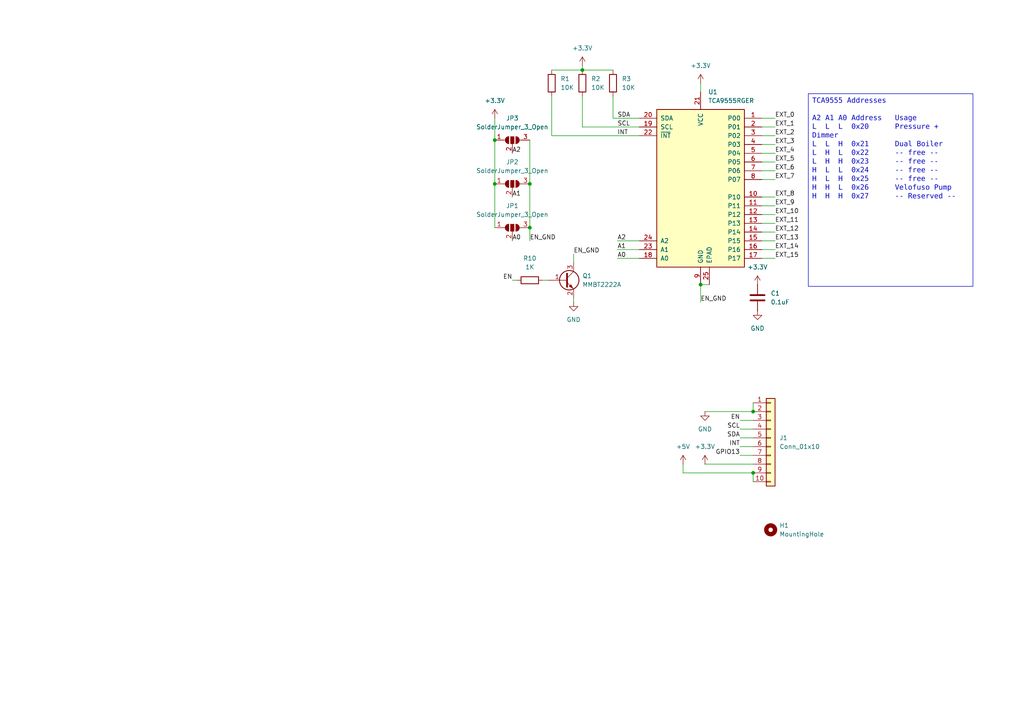
<source format=kicad_sch>
(kicad_sch (version 20231120) (generator "eeschema") (generator_version "8.0")
  (paper "A4")
  (lib_symbols
    (symbol "Connector_Generic:Conn_01x10" (pin_names (offset 1.016) hide)
      (property "Reference" "J" (at 0 12.7 0))
      (property "Value" "Conn_01x10" (at 0 -15.24 0))
      (symbol "Conn_01x10_1_1"
        (rectangle (start -1.27 -12.573) (end 0 -12.827) (stroke (width 0.1524)))
        (rectangle (start -1.27 -10.033) (end 0 -10.287) (stroke (width 0.1524)))
        (rectangle (start -1.27 -7.493) (end 0 -7.747) (stroke (width 0.1524)))
        (rectangle (start -1.27 -4.953) (end 0 -5.207) (stroke (width 0.1524)))
        (rectangle (start -1.27 -2.413) (end 0 -2.667) (stroke (width 0.1524)))
        (rectangle (start -1.27 0.127) (end 0 -0.127) (stroke (width 0.1524)))
        (rectangle (start -1.27 2.667) (end 0 2.413) (stroke (width 0.1524)))
        (rectangle (start -1.27 5.207) (end 0 4.953) (stroke (width 0.1524)))
        (rectangle (start -1.27 7.747) (end 0 7.493) (stroke (width 0.1524)))
        (rectangle (start -1.27 10.287) (end 0 10.033) (stroke (width 0.1524)))
        (rectangle (start -1.27 11.43) (end 1.27 -13.97) (stroke (width 0.254)) (fill (type background)))
        (pin passive line (at -5.08 10.16 0) (length 3.81) (name "Pin_1") (number "1"))
        (pin passive line (at -5.08 -12.7 0) (length 3.81) (name "Pin_10") (number "10"))
        (pin passive line (at -5.08 7.62 0) (length 3.81) (name "Pin_2") (number "2"))
        (pin passive line (at -5.08 5.08 0) (length 3.81) (name "Pin_3") (number "3"))
        (pin passive line (at -5.08 2.54 0) (length 3.81) (name "Pin_4") (number "4"))
        (pin passive line (at -5.08 0 0) (length 3.81) (name "Pin_5") (number "5"))
        (pin passive line (at -5.08 -2.54 0) (length 3.81) (name "Pin_6") (number "6"))
        (pin passive line (at -5.08 -5.08 0) (length 3.81) (name "Pin_7") (number "7"))
        (pin passive line (at -5.08 -7.62 0) (length 3.81) (name "Pin_8") (number "8"))
        (pin passive line (at -5.08 -10.16 0) (length 3.81) (name "Pin_9") (number "9"))
      )
    )
    (symbol "Device:C" (pin_numbers hide) (pin_names (offset 0.254))
      (property "Reference" "C" (at 0.635 2.54 0))
      (property "Value" "C" (at 0.635 -2.54 0))
      (symbol "C_0_1"
        (polyline (pts (xy -2.032 -0.762) (xy 2.032 -0.762)) (stroke (width 0.508)))
        (polyline (pts (xy -2.032 0.762) (xy 2.032 0.762)) (stroke (width 0.508)))
      )
      (symbol "C_1_1"
        (pin passive line (at 0 3.81 270) (length 2.794) (name "~") (number "1"))
        (pin passive line (at 0 -3.81 90) (length 2.794) (name "~") (number "2"))
      )
    )
    (symbol "Device:R" (pin_numbers hide) (pin_names (offset 0))
      (property "Reference" "R" (at 2.032 0 90))
      (property "Value" "R" (at 0 0 90))
      (symbol "R_0_1"
        (rectangle (start -1.016 -2.54) (end 1.016 2.54) (stroke (width 0.254)))
      )
      (symbol "R_1_1"
        (pin passive line (at 0 3.81 270) (length 1.27) (name "~") (number "1"))
        (pin passive line (at 0 -3.81 90) (length 1.27) (name "~") (number "2"))
      )
    )
    (symbol "Interface_Expansion:TCA9555RGER" (pin_names (offset 1.016))
      (property "Reference" "U" (at -11.43 24.13 0))
      (property "Value" "TCA9555RGER" (at 0 0 0))
      (symbol "TCA9555RGER_0_1"
        (rectangle (start -12.7 22.86) (end 12.7 -22.86) (stroke (width 0.254)) (fill (type background)))
      )
      (symbol "TCA9555RGER_1_1"
        (pin bidirectional line (at 17.78 20.32 180) (length 5.08) (name "P00") (number "1"))
        (pin bidirectional line (at 17.78 -2.54 180) (length 5.08) (name "P10") (number "10"))
        (pin bidirectional line (at 17.78 -5.08 180) (length 5.08) (name "P11") (number "11"))
        (pin bidirectional line (at 17.78 -7.62 180) (length 5.08) (name "P12") (number "12"))
        (pin bidirectional line (at 17.78 -10.16 180) (length 5.08) (name "P13") (number "13"))
        (pin bidirectional line (at 17.78 -12.7 180) (length 5.08) (name "P14") (number "14"))
        (pin bidirectional line (at 17.78 -15.24 180) (length 5.08) (name "P15") (number "15"))
        (pin bidirectional line (at 17.78 -17.78 180) (length 5.08) (name "P16") (number "16"))
        (pin bidirectional line (at 17.78 -20.32 180) (length 5.08) (name "P17") (number "17"))
        (pin input line (at -17.78 -20.32 0) (length 5.08) (name "A0") (number "18"))
        (pin input line (at -17.78 17.78 0) (length 5.08) (name "SCL") (number "19"))
        (pin bidirectional line (at 17.78 17.78 180) (length 5.08) (name "P01") (number "2"))
        (pin bidirectional line (at -17.78 20.32 0) (length 5.08) (name "SDA") (number "20"))
        (pin power_in line (at 0 27.94 270) (length 5.08) (name "VCC") (number "21"))
        (pin open_collector line (at -17.78 15.24 0) (length 5.08) (name "~{INT}") (number "22"))
        (pin input line (at -17.78 -17.78 0) (length 5.08) (name "A1") (number "23"))
        (pin input line (at -17.78 -15.24 0) (length 5.08) (name "A2") (number "24"))
        (pin input line (at 2.54 -27.94 90) (length 5.08) (name "EPAD") (number "25"))
        (pin bidirectional line (at 17.78 15.24 180) (length 5.08) (name "P02") (number "3"))
        (pin bidirectional line (at 17.78 12.7 180) (length 5.08) (name "P03") (number "4"))
        (pin bidirectional line (at 17.78 10.16 180) (length 5.08) (name "P04") (number "5"))
        (pin bidirectional line (at 17.78 7.62 180) (length 5.08) (name "P05") (number "6"))
        (pin bidirectional line (at 17.78 5.08 180) (length 5.08) (name "P06") (number "7"))
        (pin bidirectional line (at 17.78 2.54 180) (length 5.08) (name "P07") (number "8"))
        (pin power_in line (at 0 -27.94 90) (length 5.08) (name "GND") (number "9"))
      )
    )
    (symbol "Jumper:SolderJumper_3_Open" (pin_names (offset 0) hide) (exclude_from_sim yes) (in_bom no)
      (property "Reference" "JP" (at -2.54 -2.54 0))
      (property "Value" "SolderJumper_3_Open" (at 0 2.794 0))
      (symbol "SolderJumper_3_Open_0_1"
        (arc (start -1.016 1.016) (mid -2.0276 0) (end -1.016 -1.016))
        (arc (start -1.016 1.016) (mid -2.0276 0) (end -1.016 -1.016) (fill (type outline)))
        (rectangle (start -0.508 1.016) (end 0.508 -1.016) (fill (type outline)))
        (polyline (pts (xy -2.54 0) (xy -2.032 0)))
        (polyline (pts (xy -1.016 1.016) (xy -1.016 -1.016)))
        (polyline (pts (xy 0 -1.27) (xy 0 -1.016)))
        (polyline (pts (xy 1.016 1.016) (xy 1.016 -1.016)))
        (polyline (pts (xy 2.54 0) (xy 2.032 0)))
        (arc (start 1.016 -1.016) (mid 2.0276 0) (end 1.016 1.016))
        (arc (start 1.016 -1.016) (mid 2.0276 0) (end 1.016 1.016) (fill (type outline)))
      )
      (symbol "SolderJumper_3_Open_1_1"
        (pin passive line (at -5.08 0 0) (length 2.54) (name "A") (number "1"))
        (pin passive line (at 0 -3.81 90) (length 2.54) (name "C") (number "2"))
        (pin passive line (at 5.08 0 180) (length 2.54) (name "B") (number "3"))
      )
    )
    (symbol "Mechanical:MountingHole" (pin_names (offset 1.016)) (exclude_from_sim yes) (in_bom no)
      (property "Reference" "H" (at 0 5.08 0))
      (property "Value" "MountingHole" (at 0 3.175 0))
      (symbol "MountingHole_0_1"
        (circle (center 0 0) (radius 1.27) (stroke (width 1.27)))
      )
    )
    (symbol "Transistor_BJT:MMBT2222A" (pin_names (offset 0) hide)
      (property "Reference" "Q" (at 5.08 1.905 0))
      (property "Value" "MMBT2222A" (at 5.08 0 0))
      (symbol "MMBT2222A_0_1"
        (polyline (pts (xy 0.635 0.635) (xy 2.54 2.54)))
        (polyline (pts (xy 0.635 -0.635) (xy 2.54 -2.54) (xy 2.54 -2.54)))
        (polyline (pts (xy 0.635 1.905) (xy 0.635 -1.905) (xy 0.635 -1.905)) (stroke (width 0.508)))
        (polyline (pts (xy 1.27 -1.778) (xy 1.778 -1.27) (xy 2.286 -2.286) (xy 1.27 -1.778) (xy 1.27 -1.778)) (fill (type outline)))
        (circle (center 1.27 0) (radius 2.8194) (stroke (width 0.254)))
      )
      (symbol "MMBT2222A_1_1"
        (pin input line (at -5.08 0 0) (length 5.715) (name "B") (number "1"))
        (pin passive line (at 2.54 -5.08 90) (length 2.54) (name "E") (number "2"))
        (pin passive line (at 2.54 5.08 270) (length 2.54) (name "C") (number "3"))
      )
    )
    (symbol "power:+3.3V" (power) (pin_numbers hide) (pin_names (offset 0) hide)
      (property "Value" "+3.3V" (at 0 3.556 0))
      (symbol "+3.3V_0_1"
        (polyline (pts (xy -0.762 1.27) (xy 0 2.54)))
        (polyline (pts (xy 0 0) (xy 0 2.54)))
        (polyline (pts (xy 0 2.54) (xy 0.762 1.27)))
      )
      (symbol "+3.3V_1_1"
        (pin power_in line (at 0 0 90) (length 0) (name "~") (number "1"))
      )
    )
    (symbol "power:+5V" (power) (pin_numbers hide) (pin_names (offset 0) hide)
      (property "Value" "+5V" (at 0 3.556 0))
      (symbol "+5V_0_1"
        (polyline (pts (xy -0.762 1.27) (xy 0 2.54)))
        (polyline (pts (xy 0 0) (xy 0 2.54)))
        (polyline (pts (xy 0 2.54) (xy 0.762 1.27)))
      )
      (symbol "+5V_1_1"
        (pin power_in line (at 0 0 90) (length 0) (name "~") (number "1"))
      )
    )
    (symbol "power:GND" (power) (pin_numbers hide) (pin_names (offset 0) hide)
      (property "Value" "GND" (at 0 -3.81 0))
      (symbol "GND_0_1"
        (polyline (pts (xy 0 0) (xy 0 -1.27) (xy 1.27 -1.27) (xy 0 -2.54) (xy -1.27 -1.27) (xy 0 -1.27)))
      )
      (symbol "GND_1_1"
        (pin power_in line (at 0 0 270) (length 0) (name "~") (number "1"))
      )
    )
  )
  (junction (at 153.67 66.04))
  (junction (at 218.44 137.16))
  (junction (at 218.44 119.38))
  (junction (at 153.67 53.34))
  (junction (at 143.51 40.64))
  (junction (at 143.51 53.34))
  (junction (at 168.91 20.32))
  (junction (at 203.2 82.55))
  (wire (pts (xy 179.07 72.39) (xy 185.42 72.39)))
  (wire (pts (xy 220.98 62.23) (xy 224.79 62.23)))
  (wire (pts (xy 220.98 67.31) (xy 224.79 67.31)))
  (wire (pts (xy 220.98 74.93) (xy 224.79 74.93)))
  (wire (pts (xy 218.44 137.16) (xy 218.44 139.7)))
  (wire (pts (xy 203.2 82.55) (xy 203.2 87.63)))
  (wire (pts (xy 220.98 49.53) (xy 224.79 49.53)))
  (wire (pts (xy 218.44 116.84) (xy 218.44 119.38)))
  (wire (pts (xy 179.07 69.85) (xy 185.42 69.85)))
  (wire (pts (xy 153.67 40.64) (xy 153.67 53.34)))
  (wire (pts (xy 168.91 19.05) (xy 168.91 20.32)))
  (wire (pts (xy 166.37 86.36) (xy 166.37 87.63)))
  (wire (pts (xy 214.63 129.54) (xy 218.44 129.54)))
  (wire (pts (xy 168.91 20.32) (xy 177.8 20.32)))
  (wire (pts (xy 179.07 74.93) (xy 185.42 74.93)))
  (wire (pts (xy 220.98 36.83) (xy 224.79 36.83)))
  (wire (pts (xy 220.98 57.15) (xy 224.79 57.15)))
  (wire (pts (xy 220.98 69.85) (xy 224.79 69.85)))
  (wire (pts (xy 160.02 39.37) (xy 185.42 39.37)))
  (wire (pts (xy 214.63 132.08) (xy 218.44 132.08)))
  (wire (pts (xy 157.48 81.28) (xy 158.75 81.28)))
  (wire (pts (xy 153.67 53.34) (xy 153.67 66.04)))
  (wire (pts (xy 198.12 134.62) (xy 198.12 137.16)))
  (wire (pts (xy 220.98 72.39) (xy 224.79 72.39)))
  (wire (pts (xy 220.98 52.07) (xy 224.79 52.07)))
  (wire (pts (xy 166.37 73.66) (xy 166.37 76.2)))
  (wire (pts (xy 160.02 27.94) (xy 160.02 39.37)))
  (wire (pts (xy 177.8 34.29) (xy 185.42 34.29)))
  (wire (pts (xy 220.98 34.29) (xy 224.79 34.29)))
  (wire (pts (xy 177.8 27.94) (xy 177.8 34.29)))
  (wire (pts (xy 214.63 121.92) (xy 218.44 121.92)))
  (wire (pts (xy 220.98 41.91) (xy 224.79 41.91)))
  (wire (pts (xy 148.59 81.28) (xy 149.86 81.28)))
  (wire (pts (xy 220.98 64.77) (xy 224.79 64.77)))
  (wire (pts (xy 168.91 36.83) (xy 185.42 36.83)))
  (wire (pts (xy 214.63 127) (xy 218.44 127)))
  (wire (pts (xy 143.51 40.64) (xy 143.51 53.34)))
  (wire (pts (xy 203.2 82.55) (xy 205.74 82.55)))
  (wire (pts (xy 153.67 66.04) (xy 153.67 69.85)))
  (wire (pts (xy 160.02 20.32) (xy 168.91 20.32)))
  (wire (pts (xy 214.63 124.46) (xy 218.44 124.46)))
  (wire (pts (xy 220.98 59.69) (xy 224.79 59.69)))
  (wire (pts (xy 198.12 137.16) (xy 218.44 137.16)))
  (wire (pts (xy 143.51 34.29) (xy 143.51 40.64)))
  (wire (pts (xy 204.47 119.38) (xy 218.44 119.38)))
  (wire (pts (xy 220.98 46.99) (xy 224.79 46.99)))
  (wire (pts (xy 220.98 44.45) (xy 224.79 44.45)))
  (wire (pts (xy 168.91 36.83) (xy 168.91 27.94)))
  (wire (pts (xy 220.98 39.37) (xy 224.79 39.37)))
  (wire (pts (xy 143.51 53.34) (xy 143.51 66.04)))
  (wire (pts (xy 203.2 24.13) (xy 203.2 26.67)))
  (wire (pts (xy 204.47 134.62) (xy 218.44 134.62)))
  (text_box "TCA9555 Addresses\n\nA2 A1 A0 Address   Usage\nL  L  L  0x20      Pressure + Dimmer\nL  L  H  0x21      Dual Boiler\nL  H  L  0x22      -- free --\nL  H  H  0x23      -- free --\nH  L  L  0x24      -- free --\nH  L  H  0x25      -- free --\nH  H  L  0x26      Velofuso Pump\nH  H  H  0x27      -- Reserved --\n\n" (at 234.442 27.178 0) (size 47.752 55.88) (effects (font (size 1.5 1.5)) (justify left top)))
  (label "EXT_10" (at 224.79 62.23 0))
  (label "INT" (at 179.07 39.37 0))
  (label "A1" (at 148.59 57.15 0))
  (label "EXT_15" (at 224.79 74.93 0))
  (label "EXT_13" (at 224.79 69.85 0))
  (label "EN_GND" (at 153.67 69.85 0))
  (label "EXT_7" (at 224.79 52.07 0))
  (label "EXT_3" (at 224.79 41.91 0))
  (label "EXT_5" (at 224.79 46.99 0))
  (label "A1" (at 179.07 72.39 0))
  (label "A0" (at 179.07 74.93 0))
  (label "SDA" (at 179.07 34.29 0))
  (label "GPIO13" (at 214.63 132.08 180))
  (label "EXT_1" (at 224.79 36.83 0))
  (label "A2" (at 148.59 44.45 0))
  (label "EXT_11" (at 224.79 64.77 0))
  (label "EN_GND" (at 166.37 73.66 0))
  (label "EN" (at 214.63 121.92 180))
  (label "EXT_8" (at 224.79 57.15 0))
  (label "EXT_6" (at 224.79 49.53 0))
  (label "EXT_14" (at 224.79 72.39 0))
  (label "A2" (at 179.07 69.85 0))
  (label "EXT_9" (at 224.79 59.69 0))
  (label "EN" (at 148.59 81.28 180))
  (label "SCL" (at 179.07 36.83 0))
  (label "INT" (at 214.63 129.54 180))
  (label "EN_GND" (at 203.2 87.63 0))
  (label "SCL" (at 214.63 124.46 180))
  (label "A0" (at 148.59 69.85 0))
  (label "EXT_12" (at 224.79 67.31 0))
  (label "EXT_4" (at 224.79 44.45 0))
  (label "EXT_2" (at 224.79 39.37 0))
  (label "EXT_0" (at 224.79 34.29 0))
  (label "SDA" (at 214.63 127 180))
  (symbol (lib_id "Connector_Generic:Conn_01x10") (at 223.52 127 0) (unit 1)
    (property "Reference" "J1" (at 226.06 126.9999 0) (effects (justify left)))
    (property "Value" "Conn_01x10" (at 226.06 129.5399 0) (effects (justify left)))
    (property "Footprint" "Connector_PinSocket_2.54mm:PinSocket_1x10_P2.54mm_Vertical" (effects (hide yes)))
    (property "Description" "Generic connector, single row, 01x10, script generated (kicad-library-utils/schlib/autogen/connector/)" (effects (hide yes)))
  )
  (symbol (lib_id "Jumper:SolderJumper_3_Open") (at 148.59 66.04 0) (unit 1) (exclude_from_sim yes) (in_bom no)
    (property "Reference" "JP1" (at 148.59 59.69 0))
    (property "Value" "SolderJumper_3_Open" (at 148.59 62.23 0))
    (property "Footprint" "Jumper:SolderJumper-3_P1.3mm_Open_RoundedPad1.0x1.5mm" (effects (hide yes)))
    (property "Description" "Solder Jumper, 3-pole, open" (effects (hide yes)))
  )
  (symbol (lib_id "power:GND") (at 204.47 119.38 0) (unit 1)
    (property "Reference" "#PWR01" (effects (hide yes)))
    (property "Value" "GND" (at 204.47 124.46 0))
    (property "Description" "Power symbol creates a global label with name \"GND\" , ground" (effects (hide yes)))
  )
  (symbol (lib_id "power:+3.3V") (at 204.47 134.62 0) (unit 1)
    (property "Reference" "#PWR02" (effects (hide yes)))
    (property "Value" "+3.3V" (at 204.47 129.54 0))
    (property "Description" "Power symbol creates a global label with name \"+3.3V\"" (effects (hide yes)))
  )
  (symbol (lib_id "power:+3.3V") (at 219.71 82.55 0) (unit 1)
    (property "Reference" "#PWR07" (effects (hide yes)))
    (property "Value" "+3.3V" (at 219.71 77.47 0))
    (property "Description" "Power symbol creates a global label with name \"+3.3V\"" (effects (hide yes)))
  )
  (symbol (lib_id "Device:R") (at 160.02 24.13 0) (unit 1)
    (property "Reference" "R1" (at 162.56 22.8599 0) (effects (justify left)))
    (property "Value" "10K" (at 162.56 25.3999 0) (effects (justify left)))
    (property "Footprint" "Resistor_SMD:R_0603_1608Metric" (effects (hide yes)))
    (property "Description" "Resistor" (effects (hide yes)))
  )
  (symbol (lib_id "Device:R") (at 153.67 81.28 270) (unit 1)
    (property "Reference" "R10" (at 153.67 74.93 90))
    (property "Value" "1K" (at 153.67 77.47 90))
    (property "Footprint" "Resistor_SMD:R_0603_1608Metric" (effects (hide yes)))
    (property "Description" "Resistor" (effects (hide yes)))
  )
  (symbol (lib_id "Device:R") (at 168.91 24.13 0) (unit 1)
    (property "Reference" "R2" (at 171.45 22.8599 0) (effects (justify left)))
    (property "Value" "10K" (at 171.45 25.3999 0) (effects (justify left)))
    (property "Footprint" "Resistor_SMD:R_0603_1608Metric" (effects (hide yes)))
    (property "Description" "Resistor" (effects (hide yes)))
  )
  (symbol (lib_id "power:GND") (at 219.71 90.17 0) (unit 1)
    (property "Reference" "#PWR04" (effects (hide yes)))
    (property "Value" "GND" (at 219.71 95.25 0))
    (property "Description" "Power symbol creates a global label with name \"GND\" , ground" (effects (hide yes)))
  )
  (symbol (lib_id "Jumper:SolderJumper_3_Open") (at 148.59 40.64 0) (unit 1) (exclude_from_sim yes) (in_bom no)
    (property "Reference" "JP3" (at 148.59 34.29 0))
    (property "Value" "SolderJumper_3_Open" (at 148.59 36.83 0))
    (property "Footprint" "Jumper:SolderJumper-3_P1.3mm_Open_RoundedPad1.0x1.5mm" (effects (hide yes)))
    (property "Description" "Solder Jumper, 3-pole, open" (effects (hide yes)))
  )
  (symbol (lib_id "power:+3.3V") (at 168.91 19.05 0) (unit 1)
    (property "Reference" "#PWR06" (effects (hide yes)))
    (property "Value" "+3.3V" (at 168.91 13.97 0))
    (property "Description" "Power symbol creates a global label with name \"+3.3V\"" (effects (hide yes)))
  )
  (symbol (lib_id "power:+3.3V") (at 203.2 24.13 0) (unit 1)
    (property "Reference" "#PWR05" (effects (hide yes)))
    (property "Value" "+3.3V" (at 203.2 19.05 0))
    (property "Description" "Power symbol creates a global label with name \"+3.3V\"" (effects (hide yes)))
  )
  (symbol (lib_id "power:+3.3V") (at 143.51 34.29 0) (unit 1)
    (property "Reference" "#PWR010" (effects (hide yes)))
    (property "Value" "+3.3V" (at 143.51 29.21 0))
    (property "Description" "Power symbol creates a global label with name \"+3.3V\"" (effects (hide yes)))
  )
  (symbol (lib_id "Device:R") (at 177.8 24.13 0) (unit 1)
    (property "Reference" "R3" (at 180.34 22.8599 0) (effects (justify left)))
    (property "Value" "10K" (at 180.34 25.3999 0) (effects (justify left)))
    (property "Footprint" "Resistor_SMD:R_0603_1608Metric" (effects (hide yes)))
    (property "Description" "Resistor" (effects (hide yes)))
  )
  (symbol (lib_id "Transistor_BJT:MMBT2222A") (at 163.83 81.28 0) (unit 1)
    (property "Reference" "Q1" (at 168.91 80.0099 0) (effects (justify left)))
    (property "Value" "MMBT2222A" (at 168.91 82.5499 0) (effects (justify left)))
    (property "Footprint" "Package_TO_SOT_SMD:SOT-23" (effects (hide yes)))
    (property "Datasheet" "https://assets.nexperia.com/documents/data-sheet/MMBT2222A.pdf" (effects (hide yes)))
    (property "Description" "600mA Ic, 40V Vce, NPN Transistor, SOT-23" (effects (hide yes)))
  )
  (symbol (lib_id "power:GND") (at 166.37 87.63 0) (unit 1)
    (property "Reference" "#PWR09" (effects (hide yes)))
    (property "Value" "GND" (at 166.37 92.71 0))
    (property "Description" "Power symbol creates a global label with name \"GND\" , ground" (effects (hide yes)))
  )
  (symbol (lib_id "Interface_Expansion:TCA9555RGER") (at 203.2 54.61 0) (unit 1)
    (property "Reference" "U1" (at 205.3941 26.67 0) (effects (justify left)))
    (property "Value" "TCA9555RGER" (at 205.3941 29.21 0) (effects (justify left)))
    (property "Footprint" "Package_DFN_QFN:VQFN-24-1EP_4x4mm_P0.5mm_EP2.45x2.45mm" (effects (hide yes)))
    (property "Datasheet" "http://www.ti.com/lit/ds/symlink/tca9555.pdf" (effects (hide yes)))
    (property "Description" "16-bit I/O expander, I2C and SMBus interface, interrupts, w/ pull-ups, QFN-24" (effects (hide yes)))
  )
  (symbol (lib_id "Device:C") (at 219.71 86.36 0) (unit 1)
    (property "Reference" "C1" (at 223.52 85.0899 0) (effects (justify left)))
    (property "Value" "0.1uF" (at 223.52 87.6299 0) (effects (justify left)))
    (property "Footprint" "Capacitor_SMD:C_0603_1608Metric" (effects (hide yes)))
    (property "Description" "Unpolarized capacitor" (effects (hide yes)))
  )
  (symbol (lib_id "Mechanical:MountingHole") (at 223.52 153.67 0) (unit 1) (exclude_from_sim yes) (in_bom no)
    (property "Reference" "H1" (at 226.06 152.3999 0) (effects (justify left)))
    (property "Value" "MountingHole" (at 226.06 154.9399 0) (effects (justify left)))
    (property "Footprint" "MountingHole:MountingHole_2.7mm_M2.5" (effects (hide yes)))
    (property "Description" "Mounting Hole without connection" (effects (hide yes)))
  )
  (symbol (lib_id "power:+5V") (at 198.12 134.62 0) (unit 1)
    (property "Reference" "#PWR03" (effects (hide yes)))
    (property "Value" "+5V" (at 198.12 129.54 0))
    (property "Description" "Power symbol creates a global label with name \"+5V\"" (effects (hide yes)))
  )
  (symbol (lib_id "Jumper:SolderJumper_3_Open") (at 148.59 53.34 0) (unit 1) (exclude_from_sim yes) (in_bom no)
    (property "Reference" "JP2" (at 148.59 46.99 0))
    (property "Value" "SolderJumper_3_Open" (at 148.59 49.53 0))
    (property "Footprint" "Jumper:SolderJumper-3_P1.3mm_Open_RoundedPad1.0x1.5mm" (effects (hide yes)))
    (property "Description" "Solder Jumper, 3-pole, open" (effects (hide yes)))
  )
)
</source>
